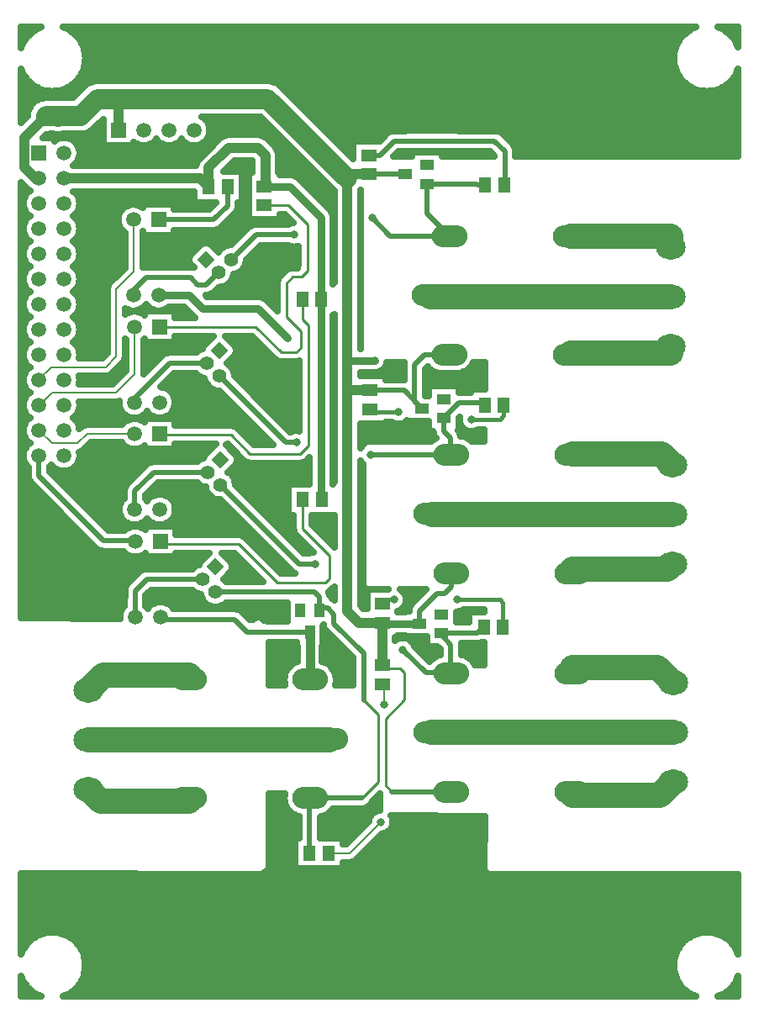
<source format=gbr>
G04 DipTrace 3.0.0.1*
G04 Top.gbr*
%MOIN*%
G04 #@! TF.FileFunction,Copper,L1,Top*
G04 #@! TF.Part,Single*
%AMOUTLINE0*5,1,4,0,0,0.070866,-90.0*%
%AMOUTLINE3*5,1,4,0,0,0.070866,-180.0*%
G04 #@! TA.AperFunction,Conductor*
%ADD10C,0.01*%
%ADD14C,0.007*%
%ADD15C,0.02*%
%ADD16C,0.08*%
%ADD17C,0.04*%
%ADD18C,0.035*%
%ADD19C,0.03*%
G04 #@! TA.AperFunction,ViaPad*
%ADD20C,0.031496*%
G04 #@! TA.AperFunction,Conductor*
%ADD22C,0.015*%
%ADD23C,0.1*%
%ADD24C,0.015748*%
%ADD26C,0.008*%
G04 #@! TA.AperFunction,CopperBalancing*
%ADD27C,0.025*%
G04 #@! TA.AperFunction,ComponentPad*
%ADD30O,0.11811X0.090551*%
%ADD31O,0.141732X0.086614*%
%ADD32R,0.051181X0.059055*%
G04 #@! TA.AperFunction,ComponentPad*
%ADD33R,0.059055X0.059055*%
%ADD34C,0.059055*%
%ADD35C,0.059055*%
%ADD36C,0.055118*%
%ADD37R,0.059055X0.051181*%
%ADD39R,0.055118X0.03937*%
%ADD41R,0.03937X0.055118*%
G04 #@! TA.AperFunction,ComponentPad*
%ADD72OUTLINE0*%
%ADD75OUTLINE3*%
%FSLAX26Y26*%
G04*
G70*
G90*
G75*
G01*
G04 Top*
%LPD*%
X492257Y2866011D2*
D14*
Y2867979D1*
X542126Y2917848D1*
X757874D1*
X798819Y2958793D1*
Y3226509D1*
X868373Y3296063D1*
Y3500394D1*
X867192Y3501575D1*
X492257Y2766011D2*
X495932D1*
X544882Y2814961D1*
X798950D1*
X872572Y2888583D1*
Y3075984D1*
X871260Y3077297D1*
X492257Y2666011D2*
X492651D1*
X543439Y2615223D1*
X645407D1*
X683465Y2653281D1*
X871260D1*
X871916Y2652625D1*
X492257Y2566011D2*
D15*
Y2486352D1*
X749607Y2229003D1*
X871391D1*
X874410Y2225984D1*
X2030709Y3644226D2*
Y3526418D1*
X2120026Y3437100D1*
X2262599Y3638714D2*
X2232415D1*
X2229003Y3642126D1*
X2028609D1*
X2030709Y3644226D1*
X2120026Y3437100D2*
X1885735D1*
X1814436Y3508399D1*
X1503937Y3441339D2*
X1353150D1*
X1255250Y3343439D1*
X520079Y3911680D2*
D16*
Y3913911D1*
X569160D1*
X613649D1*
X658399D1*
X725722Y3981234D1*
X807874D1*
X1399213D1*
X1715355Y3665092D1*
D17*
Y3681628D1*
X1799738D1*
X568242Y3911155D2*
D16*
X569160Y3913911D1*
X1806168Y2824803D2*
D17*
X1715355D1*
Y2941732D1*
Y3665092D1*
X1854593Y1903675D2*
X1761680D1*
X1715355Y1950000D1*
Y2824803D1*
X1855250Y1735958D2*
Y1788583D1*
X1854593Y1789239D1*
Y1903675D1*
X1566798Y1867586D2*
D18*
Y1679410D1*
X1567900Y1678307D1*
X2002494Y1899738D2*
D19*
X1858530D1*
X1854593Y1903675D1*
X1799738Y3681628D2*
D15*
X1944095D1*
X1806168Y2824803D2*
X1939633D1*
X2011024Y2753412D1*
X2120026Y2967100D2*
X2022087D1*
X1982152Y2927166D1*
Y2782284D1*
X2011024Y2753412D1*
X2128294Y2100433D2*
Y2046011D1*
X2101753Y2019470D1*
X2071176D1*
X2001837Y1950131D1*
Y1900394D1*
X2002494Y1899738D1*
X2128032Y1233504D2*
X1892349D1*
D10*
X1866667Y1259187D1*
Y1524147D1*
X1941995Y1599475D1*
Y1707087D1*
X1925197Y1723885D1*
X1867323D1*
X1855250Y1735958D1*
X1566798Y1867586D2*
D15*
X1318504D1*
X1268635Y1917454D1*
X982940D1*
X974410Y1925984D1*
X613649Y3913911D2*
Y3910893D1*
X568504D1*
X568242Y3911155D1*
X967192Y3201575D2*
D19*
X1088845D1*
X1140289Y3150131D1*
X1361155D1*
X1476903Y3034383D1*
X1824410Y2941732D2*
X1715355D1*
X807874Y3857218D2*
D17*
Y3981234D1*
X492257Y3666011D2*
X477297D1*
X433990Y3709318D1*
Y3825591D1*
X494801Y3886402D1*
D20*
X520079Y3911680D1*
X1241076Y3631496D2*
D15*
Y3556824D1*
X1185827Y3501575D1*
X967192D1*
X2260893Y2767323D2*
Y2776247D1*
X2157874D1*
X2097638Y2716011D1*
Y2664436D1*
X2124278Y2637795D1*
Y2574449D1*
X2128294Y2570433D1*
X1806864D1*
X1513649Y2618110D2*
X1472179D1*
X1207481Y2882809D1*
X867192Y3201575D2*
Y3222179D1*
X917454Y3272441D1*
X1093176D1*
X1121391Y3244226D1*
X1156037D1*
X1205250Y3293439D1*
X1166273Y3631496D2*
D17*
Y3708005D1*
X1245210Y3786942D1*
X1360433D1*
X1389895Y3757481D1*
Y3637927D1*
X1385433Y3633465D1*
D19*
X1487139D1*
X1612205Y3508399D1*
Y3187008D1*
X1612730Y3186483D1*
Y2392782D1*
X1613386Y2392126D1*
X592257Y3666011D2*
D17*
X1131759D1*
X1166273Y3631496D1*
X2089108Y1862336D2*
D15*
X2080446D1*
X2125853Y1816929D1*
Y1705683D1*
X2128032Y1703504D1*
X2256299Y1886221D2*
X2254987D1*
X2232415Y1863649D1*
X2090420D1*
X2089108Y1862336D1*
X2128032Y1703504D2*
Y1705774D1*
X2026378D1*
X1935171Y1796982D1*
X1587795Y2136746D2*
X1525722D1*
X1212008Y2450460D1*
X1565223Y989895D2*
Y1205630D1*
X1567900Y1208307D1*
X1774318D1*
D10*
X1838320Y1272310D1*
Y1538714D1*
X1780446Y1596588D1*
D15*
Y1782021D1*
X1661286Y1901181D1*
Y1937795D1*
X1636483Y1962599D1*
X1612599D1*
X1604200Y1954200D1*
X1192520Y2025591D2*
X1583727D1*
X1603544Y2005774D1*
Y1954856D1*
X1604200Y1954200D1*
X2335696Y2767323D2*
D22*
Y2724672D1*
X2320210Y2709187D1*
X2206824D1*
X1919292Y2738977D2*
X1817192D1*
X1806168Y2750000D1*
X1385433Y3558662D2*
D10*
X1482546D1*
X1557218Y3483990D1*
Y3298688D1*
X1533202Y3274672D1*
X1499475D1*
X1473753Y3248950D1*
Y3116011D1*
X1530578Y3059187D1*
Y2994620D1*
X1511024Y2975066D1*
X1455118D1*
X1352887Y3077297D1*
X971260D1*
X3005525Y2333583D2*
D23*
X2050145D1*
D24*
X2048294Y2335433D1*
X1799738Y3756431D2*
D15*
X1845013D1*
X1901706Y3813124D1*
X2299607D1*
X2340289Y3772441D1*
Y3635827D1*
X2337402Y3638714D1*
X2998163Y3197520D2*
D23*
X2044607D1*
D24*
X2040026Y3202100D1*
X2608294Y2570433D2*
Y2573360D1*
D23*
X2962599D1*
X3005525Y2530433D1*
X2608294Y2100433D2*
D24*
Y2115092D1*
D23*
X2983885D1*
X3005525Y2136732D1*
X2600026Y3437100D2*
X2998163D1*
Y3394370D1*
X871260Y2777297D2*
D15*
Y2794620D1*
X1010368Y2933727D1*
X1156562D1*
X1157481Y2932809D1*
X2331103Y1886221D2*
D22*
Y1984515D1*
X2320735Y1994882D1*
X2151313D1*
X1900394D2*
X1875990D1*
X1857089Y1975982D1*
X1854593Y1978478D1*
X1537927Y3186483D2*
D10*
Y3107481D1*
X1562336Y3083071D1*
Y2607349D1*
X1529265Y2574278D1*
X1329397D1*
X1255118Y2648557D1*
X975984D1*
X971916Y2652625D1*
X2600026Y2967100D2*
D24*
Y2974147D1*
D23*
X2998163D1*
Y3000670D1*
X3006431Y1469698D2*
X2049226D1*
D24*
X2048032Y1468504D1*
X2608032Y1703504D2*
Y1727034D1*
D23*
X2945945D1*
X3006431Y1666549D1*
X2608032Y1233504D2*
D24*
Y1221260D1*
D23*
X2954843D1*
X3006431Y1272848D1*
X871916Y2352625D2*
D15*
Y2425328D1*
X947047Y2500460D1*
X1162008D1*
X1640026Y989895D2*
D26*
X1724935D1*
X1848294Y1113255D1*
X1862074Y1580578D2*
Y1654331D1*
X1855250Y1661155D1*
X1538583Y2392126D2*
D10*
Y2276903D1*
X1645538Y2169948D1*
Y2079003D1*
X1629134Y2062599D1*
X1436746D1*
X1283334Y2216011D1*
X984383D1*
X974410Y2225984D1*
X688832Y1441103D2*
D23*
X1645696D1*
D24*
X1647900Y1443307D1*
X1087900Y1208307D2*
Y1195801D1*
D23*
X737284D1*
X688832Y1244252D1*
X1087900Y1678307D2*
D24*
Y1697244D1*
D23*
X748124D1*
X688832Y1637953D1*
X874410Y1925984D2*
D15*
Y2029528D1*
X920473Y2075591D1*
X1142520D1*
D20*
X1814436Y3508399D3*
X1503937Y3441339D3*
X1476903Y3034383D3*
X1824410Y2941732D3*
X1806864Y2570433D3*
X1513649Y2618110D3*
X1935171Y1796982D3*
X1587795Y2136746D3*
X2206824Y2709187D3*
X1919292Y2738977D3*
X2151313Y1994882D3*
X1900394D3*
X1848294Y1113255D3*
X1862074Y1580578D3*
X568242Y3911155D3*
X520079Y3911680D3*
X424725Y4240332D2*
D27*
X457323D1*
X634003D2*
X3053514D1*
X3230243D2*
X3262694D1*
X424725Y4215463D2*
X435189D1*
X656122D2*
X3031395D1*
X3252362D2*
X3262676D1*
X669403Y4190595D2*
X3018114D1*
X676679Y4165726D2*
X3010839D1*
X678876Y4140857D2*
X3008641D1*
X676337Y4115988D2*
X3011180D1*
X668720Y4091120D2*
X3018798D1*
X424725Y4066251D2*
X436360D1*
X654901D2*
X3032616D1*
X3251093D2*
X3262738D1*
X424725Y4041382D2*
X459374D1*
X631952D2*
X684569D1*
X1440350D2*
X3055565D1*
X3228143D2*
X3262694D1*
X424725Y4016513D2*
X505565D1*
X585761D2*
X657372D1*
X1467548D2*
X3101805D1*
X3181903D2*
X3262694D1*
X424725Y3991645D2*
X632518D1*
X1492401D2*
X3262694D1*
X424725Y3966776D2*
X469432D1*
X1517304D2*
X3262694D1*
X424725Y3941907D2*
X451805D1*
X1542157D2*
X3262694D1*
X424725Y3917038D2*
X446141D1*
X1567011D2*
X3262694D1*
X1160419Y3892170D2*
X1384667D1*
X1591913D2*
X3262694D1*
X715399Y3867301D2*
X744335D1*
X1170575D2*
X1409520D1*
X1616766D2*
X3262694D1*
X662616Y3842432D2*
X744335D1*
X1169598D2*
X1434374D1*
X1641620D2*
X1869823D1*
X2331464D2*
X3262694D1*
X627411Y3817563D2*
X744335D1*
X1156757D2*
X1200487D1*
X1405145D2*
X1459276D1*
X1666522D2*
X1844970D1*
X2356366D2*
X3262694D1*
X649628Y3792694D2*
X1175634D1*
X1429999D2*
X1484130D1*
X1691376D2*
X1736229D1*
X2379022D2*
X3262694D1*
X655780Y3767826D2*
X1150780D1*
X1442841D2*
X1508983D1*
X1716229D2*
X1736229D1*
X1917597D2*
X1969139D1*
X2092255D2*
X2283690D1*
X2384296D2*
X3262694D1*
X651239Y3742957D2*
X1125927D1*
X1443915D2*
X1533886D1*
X632538Y3718088D2*
X1113280D1*
X1251679D2*
X1335888D1*
X1443915D2*
X1558739D1*
X1226825Y3693219D2*
X1335888D1*
X1443915D2*
X1583593D1*
X1300653Y3668351D2*
X1321923D1*
X1520380D2*
X1608495D1*
X1300653Y3643482D2*
X1321923D1*
X1545380D2*
X1633348D1*
X424725Y3618613D2*
X451317D1*
X1300653D2*
X1321923D1*
X1570233D2*
X1658202D1*
X424725Y3593744D2*
X435384D1*
X649139D2*
X1106688D1*
X1300653D2*
X1321923D1*
X1595136D2*
X1661376D1*
X655731Y3568876D2*
X1191942D1*
X1285077D2*
X1321923D1*
X1619989D2*
X1661376D1*
X424725Y3544007D2*
X432847D1*
X651679D2*
X820848D1*
X1030731D2*
X1167089D1*
X1283026D2*
X1321923D1*
X1644843D2*
X1661376D1*
X424725Y3519138D2*
X450682D1*
X633856D2*
X806249D1*
X1264569D2*
X1321923D1*
X1448944D2*
X1467968D1*
X424725Y3494269D2*
X435677D1*
X648847D2*
X804100D1*
X1239716D2*
X1492821D1*
X655682Y3469400D2*
X812841D1*
X1214520D2*
X1320018D1*
X424725Y3444532D2*
X432652D1*
X651874D2*
X830858D1*
X1030731D2*
X1295165D1*
X424725Y3419663D2*
X450048D1*
X634442D2*
X830858D1*
X905878D2*
X1270263D1*
X424725Y3394794D2*
X435969D1*
X648554D2*
X830858D1*
X905878D2*
X1124120D1*
X1186395D2*
X1223583D1*
X1367792D2*
X1493309D1*
X655682Y3369925D2*
X830858D1*
X905878D2*
X1099266D1*
X1342938D2*
X1518212D1*
X424725Y3345057D2*
X432457D1*
X652069D2*
X830858D1*
X905878D2*
X1085839D1*
X1318036D2*
X1518212D1*
X424725Y3320188D2*
X449462D1*
X635077D2*
X830858D1*
X905878D2*
X1096044D1*
X1312030D2*
X1518212D1*
X424725Y3295319D2*
X436262D1*
X648309D2*
X815624D1*
X1292011D2*
X1466014D1*
X655634Y3270450D2*
X790770D1*
X1262128D2*
X1441747D1*
X424725Y3245582D2*
X432262D1*
X652264D2*
X766991D1*
X1242352D2*
X1434764D1*
X424725Y3220713D2*
X448876D1*
X635663D2*
X761327D1*
X1193720D2*
X1434764D1*
X424725Y3195844D2*
X436555D1*
X648016D2*
X761327D1*
X1372186D2*
X1434764D1*
X655585Y3170975D2*
X761327D1*
X1408563D2*
X1434764D1*
X652460Y3146107D2*
X761327D1*
X895136D2*
X939257D1*
X995136D2*
X1076073D1*
X424725Y3121238D2*
X448290D1*
X636249D2*
X761327D1*
X1034784D2*
X1100927D1*
X424725Y3096369D2*
X436847D1*
X647675D2*
X761327D1*
X655536Y3071500D2*
X761327D1*
X652606Y3046631D2*
X761327D1*
X424725Y3021763D2*
X447704D1*
X636786D2*
X761327D1*
X1034784D2*
X1163964D1*
X1250995D2*
X1354296D1*
X424725Y2996894D2*
X437140D1*
X647382D2*
X761327D1*
X910077D2*
X1141356D1*
X1273602D2*
X1379149D1*
X655487Y2972025D2*
X760057D1*
X910077D2*
X991893D1*
X1275018D2*
X1404052D1*
X910077Y2947156D2*
X962597D1*
X1254315D2*
X1429100D1*
X424725Y2922288D2*
X447167D1*
X814325D2*
X835057D1*
X910077D2*
X937743D1*
X1253925D2*
X1523339D1*
X1869989D2*
X1938134D1*
X2209979D2*
X2258055D1*
X424725Y2897419D2*
X437433D1*
X789423D2*
X829393D1*
X1267206D2*
X1523339D1*
X1843280D2*
X1938134D1*
X2026141D2*
X2062743D1*
X2177313D2*
X2257909D1*
X655438Y2872550D2*
X804540D1*
X1010370D2*
X1146825D1*
X1278925D2*
X1523339D1*
X1869696D2*
X1938134D1*
X2026141D2*
X2257763D1*
X985516Y2847681D2*
X1157518D1*
X1303778D2*
X1523339D1*
X2026141D2*
X2257616D1*
X424725Y2822813D2*
X446630D1*
X1014423D2*
X1206298D1*
X1328680D2*
X1523339D1*
X2026141D2*
X2036096D1*
X2159198D2*
X2201317D1*
X424725Y2797944D2*
X437725D1*
X1031171D2*
X1231151D1*
X1353534D2*
X1523339D1*
X655389Y2773075D2*
X807860D1*
X1034638D2*
X1256005D1*
X1378388D2*
X1523339D1*
X653143Y2748206D2*
X815136D1*
X1027411D2*
X1280907D1*
X1403290D2*
X1523339D1*
X424725Y2723337D2*
X446141D1*
X638397D2*
X840233D1*
X902264D2*
X940233D1*
X1002264D2*
X1305761D1*
X1428143D2*
X1523339D1*
X424725Y2698469D2*
X438116D1*
X646454D2*
X829149D1*
X1035468D2*
X1330614D1*
X1452997D2*
X1523339D1*
X1869696D2*
X1892479D1*
X1946112D2*
X2036083D1*
X1284198Y2673600D2*
X1355516D1*
X1477899D2*
X1523339D1*
X1769354D2*
X2036083D1*
X2159198D2*
X2173241D1*
X1309052Y2648731D2*
X1380370D1*
X1769354D2*
X2056737D1*
X2166815D2*
X2256444D1*
X424725Y2623862D2*
X445604D1*
X1333954D2*
X1405223D1*
X1769354D2*
X1791991D1*
X424725Y2598994D2*
X438408D1*
X681171D2*
X840282D1*
X1035468D2*
X1178075D1*
X655243Y2574125D2*
X1153173D1*
X653436Y2549256D2*
X1126220D1*
X1281415D2*
X1300292D1*
X424725Y2524387D2*
X445116D1*
X639374D2*
X909764D1*
X1268427D2*
X1563720D1*
X424725Y2499519D2*
X448241D1*
X540302D2*
X884911D1*
X1247382D2*
X1563720D1*
X424725Y2474650D2*
X449950D1*
X565155D2*
X860057D1*
X1268378D2*
X1563720D1*
X424725Y2449781D2*
X467626D1*
X590009D2*
X835888D1*
X957538D2*
X1129198D1*
X1273895D2*
X1479003D1*
X424725Y2424912D2*
X492528D1*
X614911D2*
X827929D1*
X932684D2*
X1156249D1*
X1298749D2*
X1479003D1*
X424725Y2400044D2*
X517382D1*
X639764D2*
X827929D1*
X915936D2*
X930997D1*
X1012811D2*
X1178759D1*
X1323602D2*
X1479003D1*
X424725Y2375175D2*
X542235D1*
X664618D2*
X812694D1*
X1031122D2*
X1226122D1*
X1348505D2*
X1479003D1*
X424725Y2350306D2*
X567138D1*
X689472D2*
X808446D1*
X1035419D2*
X1250975D1*
X1373358D2*
X1479003D1*
X424725Y2325437D2*
X591991D1*
X714374D2*
X814794D1*
X1029071D2*
X1275829D1*
X1398212D2*
X1499559D1*
X1577606D2*
X1661376D1*
X424725Y2300568D2*
X616845D1*
X739227D2*
X837548D1*
X906268D2*
X937548D1*
X1006268D2*
X1300731D1*
X1423065D2*
X1499559D1*
X1577606D2*
X1661376D1*
X424725Y2275700D2*
X641698D1*
X764081D2*
X836522D1*
X1037958D2*
X1325585D1*
X1447968D2*
X1499608D1*
X1593915D2*
X1661376D1*
X424725Y2250831D2*
X666600D1*
X1296796D2*
X1350438D1*
X1472821D2*
X1510546D1*
X1618768D2*
X1661376D1*
X424725Y2225962D2*
X691454D1*
X1327509D2*
X1375292D1*
X1497675D2*
X1535399D1*
X1643622D2*
X1661376D1*
X424725Y2201093D2*
X716307D1*
X1352362D2*
X1400194D1*
X1522577D2*
X1560253D1*
X424725Y2176225D2*
X836571D1*
X1037958D2*
X1160692D1*
X1224384D2*
X1268993D1*
X1377216D2*
X1425048D1*
X424725Y2151356D2*
X1135790D1*
X1249237D2*
X1293847D1*
X1402118D2*
X1449901D1*
X424725Y2126487D2*
X1110057D1*
X1261932D2*
X1318749D1*
X1426972D2*
X1474804D1*
X424725Y2101618D2*
X885302D1*
X1251044D2*
X1343602D1*
X1451825D2*
X1501122D1*
X424725Y2076750D2*
X860448D1*
X1226141D2*
X1368456D1*
X424725Y2051881D2*
X836962D1*
X424725Y2027012D2*
X830419D1*
X933075D2*
X1106444D1*
X1641718D2*
X1661376D1*
X1769354D2*
X1791063D1*
X1937518D2*
X2017528D1*
X424725Y2002143D2*
X830419D1*
X918427D2*
X1135839D1*
X1769354D2*
X1791063D1*
X1949579D2*
X1992675D1*
X424725Y1977274D2*
X830419D1*
X918427D2*
X938817D1*
X1009979D2*
X1156054D1*
X1228973D2*
X1475731D1*
X1769354D2*
X1791063D1*
X1946747D2*
X1967968D1*
X424725Y1952406D2*
X816893D1*
X1293524D2*
X1475731D1*
X1923602D2*
X1957909D1*
X2174481D2*
X2256200D1*
X424725Y1927537D2*
X810888D1*
X1319745D2*
X1475731D1*
X2150653D2*
X2196727D1*
X1620477Y1852931D2*
X1648339D1*
X1918134D2*
X1940917D1*
X1620477Y1828062D2*
X1673192D1*
X1973261D2*
X2027538D1*
X1407245Y1803193D2*
X1515282D1*
X1618280D2*
X1698095D1*
X1990155D2*
X2078417D1*
X2169843D2*
X2256200D1*
X1407001Y1778324D2*
X1515282D1*
X1618280D2*
X1722948D1*
X2015009D2*
X2081835D1*
X2169843D2*
X2256200D1*
X1406757Y1753456D2*
X1515282D1*
X1618280D2*
X1736425D1*
X2213788D2*
X2256200D1*
X1406513Y1728587D2*
X1482470D1*
X1653339D2*
X1736425D1*
X1406317Y1703718D2*
X1467479D1*
X1668329D2*
X1736425D1*
X1406073Y1678849D2*
X1463036D1*
X1672772D2*
X1736425D1*
X1407636Y1206343D2*
X1463036D1*
X1826483D2*
X1842932D1*
X1407440Y1181474D2*
X1468016D1*
X1808466D2*
X1842919D1*
X1407294Y1156605D2*
X1483788D1*
X1652020D2*
X1827001D1*
X1407098Y1131736D2*
X1521239D1*
X1609247D2*
X1802294D1*
X1894257D2*
X2258055D1*
X1406903Y1106868D2*
X1521239D1*
X1609247D2*
X1789208D1*
X1897626D2*
X2257811D1*
X1406708Y1081999D2*
X1521239D1*
X1609247D2*
X1764354D1*
X1886249D2*
X2257567D1*
X1406561Y1057130D2*
X1521239D1*
X1609247D2*
X1739452D1*
X1844891D2*
X2257372D1*
X1406366Y1032261D2*
X1505614D1*
X1699628D2*
X1714598D1*
X1819989D2*
X2257128D1*
X1406171Y1007393D2*
X1505614D1*
X1795136D2*
X2256884D1*
X1405975Y982524D2*
X1505614D1*
X1770282D2*
X2256688D1*
X1405780Y957655D2*
X1505614D1*
X1742304D2*
X2256444D1*
X1405585Y932786D2*
X1505614D1*
X1699628D2*
X2256200D1*
X424725Y907918D2*
X720507D1*
X1380048D2*
X2274218D1*
X424725Y883049D2*
X3262694D1*
X424725Y858180D2*
X3262694D1*
X424725Y833311D2*
X3262694D1*
X424725Y808442D2*
X3262694D1*
X424725Y783574D2*
X3262694D1*
X424725Y758705D2*
X3262694D1*
X424725Y733836D2*
X3262694D1*
X424725Y708967D2*
X3262694D1*
X424725Y684099D2*
X3262694D1*
X424725Y659230D2*
X478417D1*
X612665D2*
X3074755D1*
X3208954D2*
X3262694D1*
X424725Y634361D2*
X447069D1*
X644013D2*
X3043407D1*
X3240302D2*
X3262694D1*
X662079Y609492D2*
X3025292D1*
X672821Y584624D2*
X3014598D1*
X677997Y559755D2*
X3009374D1*
X678339Y534886D2*
X3009032D1*
X673847Y510017D2*
X3013524D1*
X663983Y485149D2*
X3023388D1*
X424725Y460280D2*
X443969D1*
X647138D2*
X3040233D1*
X3243475D2*
X3262694D1*
X424725Y435411D2*
X472606D1*
X618475D2*
X3068895D1*
X3214813D2*
X3262694D1*
X2092490Y2892294D2*
X2080765Y2893214D1*
X2069351Y2895954D1*
X2058506Y2900446D1*
X2048497Y2906580D1*
X2039571Y2914203D1*
X2034092Y2920409D1*
X2023638Y2909961D1*
X2023653Y2804558D1*
X2038537Y2804597D1*
X2038579Y2841999D1*
X2156697D1*
Y2817731D1*
X2203821Y2817747D1*
X2203802Y2828350D1*
X2260003D1*
X2260656Y2936944D1*
X2216024Y2936899D1*
X2211369Y2928013D1*
X2204469Y2918517D1*
X2196169Y2910216D1*
X2186672Y2903316D1*
X2176213Y2897987D1*
X2165049Y2894360D1*
X2153455Y2892523D1*
X2122586Y2892293D1*
X2092468Y2892341D1*
X2048967Y2624373D2*
X2056765Y2630953D1*
X2066553Y2636964D1*
X2062253Y2642752D1*
X2059297Y2648555D1*
X2057285Y2654748D1*
X2056266Y2661180D1*
X2056138Y2664449D1*
X2038579Y2664826D1*
Y2702179D1*
X1951965Y2702227D1*
Y2704815D1*
X1947063Y2700752D1*
X1940742Y2696878D1*
X1933892Y2694041D1*
X1926683Y2692310D1*
X1919292Y2691729D1*
X1911900Y2692310D1*
X1904691Y2694041D1*
X1897841Y2696878D1*
X1892689Y2699971D1*
X1867192Y2699977D1*
X1867196Y2692909D1*
X1766854D1*
X1766855Y2595555D1*
X1770936Y2601118D1*
X1776179Y2606361D1*
X1778352Y2608075D1*
X1780056Y2612648D1*
X1782864Y2616851D1*
X1786575Y2620281D1*
X1790985Y2622751D1*
X1795849Y2624123D1*
X1811713Y2624387D1*
X2048871D1*
X2165209Y2644597D2*
X2173317Y2643173D1*
X2184481Y2639546D1*
X2194940Y2634217D1*
X2204437Y2627317D1*
X2207621Y2624373D1*
X2258832Y2624387D1*
X2259081Y2670152D1*
X2233540Y2670187D1*
X2224905Y2665535D1*
X2217854Y2663244D1*
X2210531Y2662084D1*
X2203117D1*
X2195795Y2663244D1*
X2188743Y2665535D1*
X2182137Y2668901D1*
X2176139Y2673259D1*
X2170897Y2678501D1*
X2166539Y2684500D1*
X2163173Y2691106D1*
X2160882Y2698157D1*
X2159722Y2705480D1*
Y2712894D1*
X2161019Y2720705D1*
X2156663Y2716346D1*
X2156697Y2664826D1*
X2155835Y2664748D1*
X2159663Y2659479D1*
X2162620Y2653677D1*
X2164634Y2647471D1*
X2041444Y1749367D2*
X2047576Y1756401D1*
X2056502Y1764024D1*
X2066511Y1770158D1*
X2077356Y1774650D1*
X2084337Y1776508D1*
X2084353Y1799774D1*
X2072926Y1811166D1*
X2030049Y1811151D1*
Y1848505D1*
X1943435Y1848553D1*
Y1853191D1*
X1915628Y1853238D1*
X1915621Y1846584D1*
X1906100D1*
X1906093Y1834192D1*
X1913721Y1839080D1*
X1920570Y1841917D1*
X1927780Y1843648D1*
X1935171Y1844230D1*
X1942562Y1843648D1*
X1949771Y1841917D1*
X1956621Y1839080D1*
X1962943Y1835206D1*
X1968580Y1830391D1*
X1973395Y1824754D1*
X1977269Y1818432D1*
X1980441Y1810397D1*
X2041407Y1749436D1*
X2167361Y1777377D2*
X2178707Y1774650D1*
X2189552Y1770158D1*
X2199561Y1764024D1*
X2208487Y1756401D1*
X2216111Y1747475D1*
X2222244Y1737466D1*
X2222715Y1736445D1*
X2258705Y1735969D1*
X2258684Y1825160D1*
X2248009Y1825193D1*
X2242103Y1823295D1*
X2235671Y1822276D1*
X2167034Y1822148D1*
X2167353Y1804429D1*
Y1777427D1*
X1468965Y1656008D2*
X1466455Y1666605D1*
X1465534Y1678307D1*
X1466455Y1690010D1*
X1469196Y1701424D1*
X1473688Y1712269D1*
X1479821Y1722278D1*
X1487445Y1731204D1*
X1496371Y1738828D1*
X1506380Y1744961D1*
X1517777Y1749609D1*
X1517798Y1808560D1*
X1515613Y1808526D1*
Y1826056D1*
X1404933Y1826085D1*
X1403335Y1656242D1*
X1468885Y1656015D1*
X1670036Y1672438D2*
X1668200Y1660844D1*
X1666836Y1656008D1*
X1738905Y1656015D1*
X1738946Y1764801D1*
X1629729Y1874229D1*
X1625902Y1879498D1*
X1622945Y1885300D1*
X1620933Y1891493D1*
X1620296Y1894702D1*
X1617983Y1889144D1*
Y1808526D1*
X1615786D1*
X1615798Y1750252D1*
X1624087Y1747420D1*
X1634546Y1742091D1*
X1644043Y1735191D1*
X1652343Y1726891D1*
X1659243Y1717394D1*
X1664572Y1706935D1*
X1668200Y1695771D1*
X1670036Y1684177D1*
Y1672438D1*
X1523711Y1135402D2*
X1517225Y1137162D1*
X1506380Y1141654D1*
X1496371Y1147787D1*
X1487445Y1155411D1*
X1479821Y1164337D1*
X1473688Y1174346D1*
X1469196Y1185191D1*
X1466455Y1196605D1*
X1465534Y1208307D1*
X1466455Y1220010D1*
X1467552Y1225523D1*
X1405259Y1224650D1*
X1403048Y932275D1*
X1402026Y927326D1*
X1399876Y922752D1*
X1396717Y918806D1*
X1392725Y915706D1*
X1388120Y913624D1*
X1384930Y912876D1*
X1380822Y909861D1*
X1376404Y907406D1*
X1371535Y906050D1*
X1355671Y905838D1*
X422229Y908906D1*
X422201Y588980D1*
X429047Y604920D1*
X434063Y613877D1*
X439766Y622412D1*
X446122Y630474D1*
X453090Y638013D1*
X460628Y644981D1*
X468690Y651337D1*
X477226Y657040D1*
X486183Y662056D1*
X495506Y666354D1*
X505137Y669907D1*
X515017Y672694D1*
X525086Y674696D1*
X535280Y675903D1*
X545538Y676306D1*
X555796Y675903D1*
X565991Y674696D1*
X576059Y672694D1*
X585940Y669907D1*
X595571Y666354D1*
X604894Y662056D1*
X613851Y657040D1*
X622386Y651337D1*
X630448Y644981D1*
X637986Y638013D1*
X644955Y630474D1*
X651310Y622412D1*
X657014Y613877D1*
X662030Y604920D1*
X666328Y595597D1*
X669881Y585966D1*
X672667Y576086D1*
X674670Y566017D1*
X675877Y555822D1*
X676280Y545565D1*
X675877Y535307D1*
X674670Y525112D1*
X672667Y515044D1*
X669881Y505163D1*
X666328Y495532D1*
X662030Y486209D1*
X657014Y477252D1*
X651310Y468717D1*
X644955Y460655D1*
X637986Y453116D1*
X630448Y446148D1*
X622386Y439792D1*
X613851Y434089D1*
X604894Y429073D1*
X595571Y424775D1*
X588611Y422207D1*
X3098519Y422201D1*
X3082495Y429060D1*
X3073538Y434076D1*
X3065003Y439779D1*
X3056941Y446135D1*
X3049402Y453103D1*
X3042434Y460642D1*
X3036079Y468703D1*
X3030375Y477239D1*
X3025359Y486196D1*
X3021061Y495519D1*
X3017508Y505150D1*
X3014722Y515030D1*
X3012719Y525099D1*
X3011512Y535294D1*
X3011109Y545551D1*
X3011512Y555809D1*
X3012719Y566004D1*
X3014722Y576072D1*
X3017508Y585953D1*
X3021061Y595584D1*
X3025359Y604907D1*
X3030375Y613864D1*
X3036079Y622399D1*
X3042434Y630461D1*
X3049402Y638000D1*
X3056941Y644968D1*
X3065003Y651323D1*
X3073538Y657027D1*
X3082495Y662043D1*
X3091818Y666341D1*
X3101449Y669894D1*
X3111330Y672680D1*
X3121398Y674683D1*
X3131593Y675890D1*
X3141851Y676293D1*
X3152108Y675890D1*
X3162303Y674683D1*
X3172372Y672680D1*
X3182252Y669894D1*
X3191883Y666341D1*
X3201206Y662043D1*
X3210163Y657027D1*
X3218699Y651323D1*
X3226760Y644968D1*
X3234299Y638000D1*
X3241267Y630461D1*
X3247623Y622399D1*
X3253326Y613864D1*
X3258342Y604907D1*
X3262640Y595584D1*
X3265208Y588624D1*
X3265201Y904867D1*
X3262103Y907629D1*
X2276821Y907899D1*
X2271956Y909271D1*
X2267547Y911740D1*
X2263835Y915171D1*
X2261027Y919373D1*
X2259278Y924115D1*
X2258685Y929332D1*
X2260588Y1136501D1*
X1886600Y1140867D1*
X1890392Y1134705D1*
X1893230Y1127855D1*
X1894961Y1120646D1*
X1895542Y1113255D1*
X1894961Y1105864D1*
X1893230Y1098654D1*
X1890392Y1091805D1*
X1886519Y1085483D1*
X1881704Y1079845D1*
X1876066Y1075030D1*
X1869744Y1071157D1*
X1862895Y1068319D1*
X1855685Y1066588D1*
X1851379Y1066128D1*
X1747990Y962901D1*
X1743483Y959626D1*
X1738520Y957097D1*
X1733222Y955376D1*
X1727720Y954505D1*
X1697151Y954395D1*
X1697117Y928867D1*
X1508133D1*
Y1050923D1*
X1523709D1*
X1523723Y1135354D1*
X1657624Y1166798D2*
X1652343Y1159724D1*
X1644043Y1151424D1*
X1634546Y1144524D1*
X1624087Y1139195D1*
X1612923Y1135567D1*
X1606729Y1134370D1*
X1606723Y1050894D1*
X1697117Y1050922D1*
Y1025385D1*
X1710192Y1025395D1*
X1801168Y1116333D1*
X1802352Y1124285D1*
X1804643Y1131336D1*
X1808009Y1137942D1*
X1812366Y1143940D1*
X1817609Y1149182D1*
X1823607Y1153540D1*
X1830213Y1156906D1*
X1837264Y1159197D1*
X1845528Y1160394D1*
X1845414Y1227779D1*
X1814101Y1196471D1*
X1811295Y1189467D1*
X1807892Y1183914D1*
X1803663Y1178962D1*
X1798711Y1174733D1*
X1793158Y1171330D1*
X1787142Y1168838D1*
X1780810Y1167318D1*
X1774318Y1166807D1*
X1657667D1*
X2211709Y1947248D2*
X2258731D1*
X2258684Y1955921D1*
X2178011Y1955882D1*
X2172763Y1952784D1*
X2165913Y1949947D1*
X2158704Y1948216D1*
X2151313Y1947634D1*
X2148170Y1947758D1*
X2148167Y1905170D1*
X2199160Y1905149D1*
X2199209Y1947248D1*
X2211709D1*
X918665Y3562602D2*
X1028220D1*
Y3543120D1*
X1168608Y3543075D1*
X1196015Y3570453D1*
X1109183Y3570469D1*
Y3614463D1*
X629269Y3614511D1*
X635410Y3609164D1*
X641630Y3601882D1*
X646633Y3593717D1*
X650298Y3584869D1*
X652534Y3575558D1*
X653285Y3566011D1*
X652534Y3556464D1*
X650298Y3547152D1*
X646633Y3538305D1*
X641630Y3530140D1*
X635410Y3522858D1*
X627210Y3516025D1*
X635410Y3509164D1*
X641630Y3501882D1*
X646633Y3493717D1*
X650298Y3484869D1*
X652534Y3475558D1*
X653285Y3466011D1*
X652534Y3456464D1*
X650298Y3447152D1*
X646633Y3438305D1*
X641630Y3430140D1*
X635410Y3422858D1*
X627210Y3416025D1*
X635410Y3409164D1*
X641630Y3401882D1*
X646633Y3393717D1*
X650298Y3384869D1*
X652534Y3375558D1*
X653285Y3366011D1*
X652534Y3356464D1*
X650298Y3347152D1*
X646633Y3338305D1*
X641630Y3330140D1*
X635410Y3322858D1*
X627210Y3316025D1*
X635410Y3309164D1*
X641630Y3301882D1*
X646633Y3293717D1*
X650298Y3284869D1*
X652534Y3275558D1*
X653285Y3266011D1*
X652534Y3256464D1*
X650298Y3247152D1*
X646633Y3238305D1*
X641630Y3230140D1*
X635410Y3222858D1*
X627210Y3216025D1*
X635410Y3209164D1*
X641630Y3201882D1*
X646633Y3193717D1*
X650298Y3184869D1*
X652534Y3175558D1*
X653285Y3166011D1*
X652534Y3156464D1*
X650298Y3147152D1*
X646633Y3138305D1*
X641630Y3130140D1*
X635410Y3122858D1*
X627210Y3116025D1*
X635410Y3109164D1*
X641630Y3101882D1*
X646633Y3093717D1*
X650298Y3084869D1*
X652534Y3075558D1*
X653285Y3066011D1*
X652534Y3056464D1*
X650298Y3047152D1*
X646633Y3038305D1*
X641630Y3030140D1*
X635410Y3022858D1*
X627210Y3016025D1*
X635410Y3009164D1*
X641630Y3001882D1*
X646633Y2993717D1*
X650298Y2984869D1*
X652534Y2975558D1*
X653285Y2966011D1*
X652534Y2956464D1*
X651814Y2952847D1*
X743347Y2952848D1*
X763820Y2973291D1*
X763927Y3229255D1*
X764786Y3234680D1*
X766483Y3239903D1*
X768977Y3244797D1*
X772205Y3249240D1*
X833353Y3310541D1*
X833373Y3450800D1*
X827558Y3455169D1*
X820786Y3461941D1*
X815157Y3469688D1*
X810810Y3478221D1*
X807850Y3487328D1*
X806352Y3496787D1*
Y3506363D1*
X807850Y3515822D1*
X810810Y3524929D1*
X815157Y3533462D1*
X820786Y3541209D1*
X827558Y3547981D1*
X835305Y3553610D1*
X843838Y3557957D1*
X852945Y3560916D1*
X862404Y3562414D1*
X871980D1*
X881438Y3560916D1*
X890546Y3557957D1*
X899079Y3553610D1*
X906165Y3548502D1*
Y3562602D1*
X918665D1*
X1028220Y3460112D2*
Y3440547D1*
X906165D1*
Y3454658D1*
X903373Y3450394D1*
Y3311478D1*
X910962Y3313430D1*
X917454Y3313941D1*
X1096432Y3313813D1*
X1102864Y3312795D1*
X1106012Y3311906D1*
X1106459Y3312248D1*
X1095864Y3322981D1*
X1091750Y3329138D1*
X1089187Y3336085D1*
X1088316Y3343439D1*
X1089187Y3350792D1*
X1091750Y3357739D1*
X1095864Y3363896D1*
X1134792Y3402824D1*
X1140949Y3406938D1*
X1147896Y3409501D1*
X1155250Y3410372D1*
X1162603Y3409501D1*
X1169550Y3406938D1*
X1175707Y3402824D1*
X1204696Y3373973D1*
X1210341Y3381794D1*
X1216894Y3388347D1*
X1224391Y3393795D1*
X1232649Y3398002D1*
X1241462Y3400866D1*
X1250616Y3402316D1*
X1255593Y3402484D1*
X1326198Y3472896D1*
X1331466Y3476723D1*
X1337268Y3479680D1*
X1343462Y3481692D1*
X1349894Y3482711D1*
X1453150Y3482839D1*
X1481324D1*
X1489337Y3486274D1*
X1496546Y3488005D1*
X1501114Y3488476D1*
X1467431Y3522158D1*
X1446462Y3522162D1*
X1446461Y3501571D1*
X1324406D1*
Y3690555D1*
X1338420D1*
X1338395Y3735436D1*
X1266537Y3735442D1*
X1223656Y3692556D1*
X1298167Y3692524D1*
Y3570469D1*
X1282591D1*
X1282448Y3553568D1*
X1281430Y3547136D1*
X1279417Y3540943D1*
X1276461Y3535141D1*
X1272633Y3529872D1*
X1215172Y3472230D1*
X1210220Y3468001D1*
X1204668Y3464598D1*
X1198651Y3462106D1*
X1192319Y3460586D1*
X1185827Y3460075D1*
X1028259D1*
X917178Y3166622D2*
X913598Y3161941D1*
X906826Y3155169D1*
X899079Y3149540D1*
X890546Y3145193D1*
X881438Y3142234D1*
X871980Y3140736D1*
X862404D1*
X852945Y3142234D1*
X843838Y3145193D1*
X835305Y3149540D1*
X833826Y3150528D1*
X833819Y3125484D1*
X839373Y3129331D1*
X847906Y3133679D1*
X857013Y3136638D1*
X866472Y3138136D1*
X876048D1*
X885507Y3136638D1*
X894614Y3133679D1*
X903147Y3129331D1*
X910233Y3124224D1*
X910232Y3138324D1*
X1032288D1*
Y3113764D1*
X1111250Y3113797D1*
X1098570Y3126090D1*
X1069602Y3155058D1*
X1006668Y3155075D1*
X999079Y3149540D1*
X990546Y3145193D1*
X981438Y3142234D1*
X971980Y3140736D1*
X962404D1*
X952945Y3142234D1*
X943838Y3145193D1*
X935305Y3149540D1*
X927558Y3155169D1*
X920786Y3161941D1*
X917206Y3166622D1*
X1032288Y3040815D2*
Y3016269D1*
X910232D1*
Y3030381D1*
X907572Y3025984D1*
Y2889600D1*
X983416Y2965284D1*
X988684Y2969112D1*
X994486Y2972068D1*
X1000680Y2974081D1*
X1007112Y2975099D1*
X1110368Y2975227D1*
X1116374D1*
X1122766Y2980588D1*
X1130668Y2985431D1*
X1139230Y2988977D1*
X1141270Y2989552D1*
X1142945Y2994863D1*
X1146563Y3001324D1*
X1149781Y3005089D1*
X1185214Y3040522D1*
X1152887Y3040797D1*
X1032331D1*
X837583Y3026458D2*
X833816Y3029164D1*
X833711Y2956047D1*
X832852Y2950622D1*
X831155Y2945399D1*
X828662Y2940505D1*
X825433Y2936062D1*
X782623Y2893099D1*
X778447Y2889532D1*
X773764Y2886663D1*
X768690Y2884561D1*
X763349Y2883279D1*
X757874Y2882848D1*
X650892D1*
X652534Y2875558D1*
X653285Y2866011D1*
X652534Y2856464D1*
X651086Y2849945D1*
X784482Y2849961D1*
X837558Y2903066D1*
X837572Y3026425D1*
X921246Y2742344D2*
X917666Y2737663D1*
X910894Y2730891D1*
X903147Y2725262D1*
X894614Y2720915D1*
X885507Y2717955D1*
X876048Y2716457D1*
X866472D1*
X857013Y2717955D1*
X847906Y2720915D1*
X839373Y2725262D1*
X831626Y2730891D1*
X824854Y2737663D1*
X819226Y2745410D1*
X814878Y2753943D1*
X811919Y2763050D1*
X810421Y2772509D1*
X810413Y2781879D1*
X804426Y2780392D1*
X798950Y2779961D1*
X651636D1*
X653097Y2770799D1*
Y2761223D1*
X651599Y2751764D1*
X648640Y2742656D1*
X644292Y2734124D1*
X638663Y2726376D1*
X631892Y2719605D1*
X627210Y2716025D1*
X635410Y2709164D1*
X641630Y2701882D1*
X646633Y2693717D1*
X650298Y2684869D1*
X652534Y2675558D1*
X652927Y2672230D1*
X660734Y2679895D1*
X665177Y2683124D1*
X670071Y2685617D1*
X675294Y2687314D1*
X680719Y2688173D1*
X822381Y2688281D1*
X828763Y2695778D1*
X836045Y2701997D1*
X844210Y2707001D1*
X853058Y2710666D1*
X862369Y2712901D1*
X871916Y2713652D1*
X881463Y2712901D1*
X890775Y2710666D1*
X899622Y2707001D1*
X907787Y2701997D1*
X910889Y2699552D1*
Y2713652D1*
X1032944D1*
Y2685088D1*
X1257982Y2684944D1*
X1263639Y2684048D1*
X1269086Y2682278D1*
X1274190Y2679678D1*
X1278823Y2676312D1*
X1344491Y2610802D1*
X1420852Y2610779D1*
X1207879Y2823720D1*
X1198242Y2824477D1*
X1189230Y2826640D1*
X1180668Y2830187D1*
X1172766Y2835029D1*
X1165719Y2841048D1*
X1159701Y2848095D1*
X1154859Y2855996D1*
X1151312Y2864558D1*
X1149057Y2874343D1*
X1139230Y2876640D1*
X1130668Y2880187D1*
X1122766Y2885029D1*
X1115719Y2891048D1*
X1114625Y2892231D1*
X1027509Y2892227D1*
X973594Y2838264D1*
X980807Y2837573D1*
X990119Y2835337D1*
X998966Y2831673D1*
X1007131Y2826669D1*
X1014413Y2820450D1*
X1020632Y2813168D1*
X1025636Y2805003D1*
X1029301Y2796155D1*
X1031536Y2786844D1*
X1032288Y2777297D1*
X1031536Y2767750D1*
X1029301Y2758438D1*
X1025636Y2749591D1*
X1020632Y2741426D1*
X1014413Y2734144D1*
X1007131Y2727924D1*
X998966Y2722921D1*
X990119Y2719256D1*
X980807Y2717021D1*
X971260Y2716269D1*
X961713Y2717021D1*
X952402Y2719256D1*
X943554Y2722921D1*
X935389Y2727924D1*
X928107Y2734144D1*
X921274Y2742344D1*
X1032944Y2612041D2*
Y2591597D1*
X910889D1*
Y2605709D1*
X903803Y2600590D1*
X895270Y2596243D1*
X886163Y2593284D1*
X876704Y2591785D1*
X867128D1*
X857670Y2593284D1*
X848562Y2596243D1*
X840029Y2600590D1*
X832282Y2606219D1*
X825511Y2612991D1*
X821260Y2618281D1*
X697969D1*
X668138Y2588609D1*
X663695Y2585381D1*
X658801Y2582887D1*
X651599Y2580257D1*
X653097Y2570799D1*
Y2561223D1*
X651599Y2551764D1*
X648640Y2542656D1*
X644292Y2534124D1*
X638663Y2526376D1*
X631892Y2519605D1*
X624144Y2513976D1*
X615612Y2509629D1*
X606504Y2506669D1*
X597046Y2505171D1*
X587469D1*
X578011Y2506669D1*
X568903Y2509629D1*
X560371Y2513976D1*
X552623Y2519605D1*
X545852Y2526376D1*
X542272Y2531058D1*
X535410Y2522858D1*
X533747Y2521320D1*
X533758Y2503560D1*
X766777Y2270523D1*
X832663Y2270503D1*
X838539Y2275357D1*
X846704Y2280360D1*
X855551Y2284025D1*
X864863Y2286261D1*
X874410Y2287012D1*
X883956Y2286261D1*
X893268Y2284025D1*
X902116Y2280360D1*
X910281Y2275357D1*
X913382Y2272912D1*
Y2287012D1*
X1035437D1*
Y2252491D1*
X1286197Y2252398D1*
X1291854Y2251502D1*
X1297302Y2249732D1*
X1302405Y2247132D1*
X1307039Y2243766D1*
X1406370Y2144593D1*
X1451842Y2099121D1*
X1508279Y2099099D1*
X1501329Y2103171D1*
X1496377Y2107401D1*
X1212008Y2391400D1*
X1202769Y2392128D1*
X1193758Y2394291D1*
X1185196Y2397838D1*
X1177294Y2402680D1*
X1170247Y2408698D1*
X1164228Y2415745D1*
X1159386Y2423647D1*
X1155840Y2432209D1*
X1153585Y2441994D1*
X1143758Y2444291D1*
X1135196Y2447838D1*
X1127294Y2452680D1*
X1120013Y2458951D1*
X964205Y2458959D1*
X913450Y2408172D1*
X913416Y2397350D1*
X918322Y2392259D1*
X921902Y2387578D1*
X928763Y2395778D1*
X936045Y2401997D1*
X944210Y2407001D1*
X953058Y2410666D1*
X962369Y2412901D1*
X971916Y2413652D1*
X981463Y2412901D1*
X990775Y2410666D1*
X999622Y2407001D1*
X1007787Y2401997D1*
X1015069Y2395778D1*
X1021289Y2388496D1*
X1026292Y2380331D1*
X1029957Y2371483D1*
X1032192Y2362172D1*
X1032944Y2352625D1*
X1032192Y2343078D1*
X1029957Y2333766D1*
X1026292Y2324919D1*
X1021289Y2316754D1*
X1015069Y2309472D1*
X1007787Y2303253D1*
X999622Y2298249D1*
X990775Y2294584D1*
X981463Y2292349D1*
X971916Y2291597D1*
X962369Y2292349D1*
X953058Y2294584D1*
X944210Y2298249D1*
X936045Y2303253D1*
X928763Y2309472D1*
X921930Y2317672D1*
X915069Y2309472D1*
X907787Y2303253D1*
X899622Y2298249D1*
X890775Y2294584D1*
X881463Y2292349D1*
X871916Y2291597D1*
X862369Y2292349D1*
X853058Y2294584D1*
X844210Y2298249D1*
X836045Y2303253D1*
X828763Y2309472D1*
X822544Y2316754D1*
X817540Y2324919D1*
X813876Y2333766D1*
X811640Y2343078D1*
X810889Y2352625D1*
X811640Y2362172D1*
X813876Y2371483D1*
X817540Y2380331D1*
X822544Y2388496D1*
X828763Y2395778D1*
X830426Y2397315D1*
X830544Y2428584D1*
X831563Y2435016D1*
X833575Y2441210D1*
X836532Y2447012D1*
X840359Y2452280D1*
X913282Y2525384D1*
X920095Y2532016D1*
X925364Y2535844D1*
X931166Y2538801D1*
X937359Y2540813D1*
X943791Y2541832D1*
X1047047Y2541960D1*
X1120247Y2542221D1*
X1127294Y2548239D1*
X1135196Y2553082D1*
X1143758Y2556628D1*
X1145798Y2557203D1*
X1147473Y2562514D1*
X1151091Y2568975D1*
X1154308Y2572740D1*
X1191550Y2609845D1*
X1193501Y2611382D1*
X1192618Y2612057D1*
X1032902D1*
X1035437Y2179541D2*
Y2164957D1*
X913382D1*
Y2179068D1*
X906296Y2173950D1*
X897764Y2169602D1*
X888656Y2166643D1*
X879198Y2165145D1*
X869621D1*
X860163Y2166643D1*
X851055Y2169602D1*
X842523Y2173950D1*
X834775Y2179579D1*
X828004Y2186350D1*
X827088Y2187512D1*
X746350Y2187631D1*
X739918Y2188649D1*
X733725Y2190662D1*
X727923Y2193618D1*
X722654Y2197446D1*
X649551Y2270369D1*
X460700Y2459400D1*
X456873Y2464668D1*
X453916Y2470471D1*
X451904Y2476664D1*
X450885Y2483096D1*
X450757Y2521264D1*
X445852Y2526376D1*
X440223Y2534124D1*
X435875Y2542656D1*
X432916Y2551764D1*
X431418Y2561223D1*
Y2570799D1*
X432916Y2580257D1*
X435875Y2589365D1*
X440223Y2597898D1*
X445852Y2605645D1*
X452623Y2612416D1*
X457305Y2615997D1*
X449104Y2622858D1*
X442885Y2630140D1*
X437881Y2638305D1*
X434217Y2647152D1*
X431981Y2656464D1*
X431230Y2666011D1*
X431981Y2675558D1*
X434217Y2684869D1*
X437881Y2693717D1*
X442885Y2701882D1*
X449104Y2709164D1*
X457305Y2715997D1*
X449104Y2722858D1*
X442885Y2730140D1*
X437881Y2738305D1*
X434217Y2747152D1*
X431981Y2756464D1*
X431230Y2766011D1*
X431981Y2775558D1*
X434217Y2784869D1*
X437881Y2793717D1*
X442885Y2801882D1*
X449104Y2809164D1*
X457305Y2815997D1*
X449104Y2822858D1*
X442885Y2830140D1*
X437881Y2838305D1*
X434217Y2847152D1*
X431981Y2856464D1*
X431230Y2866011D1*
X431981Y2875558D1*
X434217Y2884869D1*
X437881Y2893717D1*
X442885Y2901882D1*
X449104Y2909164D1*
X457305Y2915997D1*
X449104Y2922858D1*
X442885Y2930140D1*
X437881Y2938305D1*
X434217Y2947152D1*
X431981Y2956464D1*
X431230Y2966011D1*
X431981Y2975558D1*
X434217Y2984869D1*
X437881Y2993717D1*
X442885Y3001882D1*
X449104Y3009164D1*
X457305Y3015997D1*
X449104Y3022858D1*
X442885Y3030140D1*
X437881Y3038305D1*
X434217Y3047152D1*
X431981Y3056464D1*
X431230Y3066011D1*
X431981Y3075558D1*
X434217Y3084869D1*
X437881Y3093717D1*
X442885Y3101882D1*
X449104Y3109164D1*
X457305Y3115997D1*
X449104Y3122858D1*
X442885Y3130140D1*
X437881Y3138305D1*
X434217Y3147152D1*
X431981Y3156464D1*
X431230Y3166011D1*
X431981Y3175558D1*
X434217Y3184869D1*
X437881Y3193717D1*
X442885Y3201882D1*
X449104Y3209164D1*
X457305Y3215997D1*
X449104Y3222858D1*
X442885Y3230140D1*
X437881Y3238305D1*
X434217Y3247152D1*
X431981Y3256464D1*
X431230Y3266011D1*
X431981Y3275558D1*
X434217Y3284869D1*
X437881Y3293717D1*
X442885Y3301882D1*
X449104Y3309164D1*
X457305Y3315997D1*
X449104Y3322858D1*
X442885Y3330140D1*
X437881Y3338305D1*
X434217Y3347152D1*
X431981Y3356464D1*
X431230Y3366011D1*
X431981Y3375558D1*
X434217Y3384869D1*
X437881Y3393717D1*
X442885Y3401882D1*
X449104Y3409164D1*
X457305Y3415997D1*
X449104Y3422858D1*
X442885Y3430140D1*
X437881Y3438305D1*
X434217Y3447152D1*
X431981Y3456464D1*
X431230Y3466011D1*
X431981Y3475558D1*
X434217Y3484869D1*
X437881Y3493717D1*
X442885Y3501882D1*
X449104Y3509164D1*
X457305Y3515997D1*
X449104Y3522858D1*
X442885Y3530140D1*
X437881Y3538305D1*
X434217Y3547152D1*
X431981Y3556464D1*
X431230Y3566011D1*
X431981Y3575558D1*
X434217Y3584869D1*
X437881Y3593717D1*
X442885Y3601882D1*
X449104Y3609164D1*
X457305Y3615997D1*
X449104Y3622858D1*
X443850Y3626850D1*
X422202Y3648274D1*
X422201Y1922183D1*
X813692Y1919740D1*
X813570Y1930773D1*
X815068Y1940231D1*
X818028Y1949339D1*
X822375Y1957871D1*
X828004Y1965619D1*
X832920Y1970675D1*
X833038Y2032784D1*
X834056Y2039216D1*
X836069Y2045409D1*
X839025Y2051212D1*
X842853Y2056480D1*
X891128Y2104936D1*
X896080Y2109165D1*
X901632Y2112568D1*
X907648Y2115060D1*
X913981Y2116580D1*
X920473Y2117091D1*
X1100759Y2117352D1*
X1107806Y2123371D1*
X1115708Y2128213D1*
X1124270Y2131759D1*
X1126309Y2132335D1*
X1127985Y2137645D1*
X1131603Y2144106D1*
X1134820Y2147871D1*
X1166474Y2179526D1*
X1035433Y2179511D1*
X915899Y1970675D2*
X920815Y1965619D1*
X924396Y1960937D1*
X931257Y1969137D1*
X938539Y1975357D1*
X946704Y1980360D1*
X955551Y1984025D1*
X964863Y1986261D1*
X974410Y1987012D1*
X983956Y1986261D1*
X993268Y1984025D1*
X1002116Y1980360D1*
X1010281Y1975357D1*
X1017563Y1969137D1*
X1023782Y1961856D1*
X1025727Y1958945D1*
X1271891Y1958826D1*
X1278323Y1957808D1*
X1284517Y1955795D1*
X1290319Y1952839D1*
X1295588Y1949011D1*
X1328329Y1916450D1*
X1340537Y1916388D1*
X1346137Y1920756D1*
X1352649Y1923758D1*
X1359681Y1925157D1*
X1366845Y1924875D1*
X1373746Y1922929D1*
X1380001Y1919426D1*
X1385266Y1914559D1*
X1389140Y1913820D1*
X1393882Y1912070D1*
X1398246Y1909122D1*
X1478221Y1909086D1*
X1478212Y1984056D1*
X1234557Y1984091D1*
X1227234Y1977811D1*
X1219332Y1972969D1*
X1210770Y1969422D1*
X1201759Y1967259D1*
X1192520Y1966532D1*
X1183281Y1967259D1*
X1174270Y1969422D1*
X1165708Y1972969D1*
X1157806Y1977811D1*
X1150759Y1983830D1*
X1144740Y1990877D1*
X1139898Y1998779D1*
X1136351Y2007341D1*
X1134096Y2017125D1*
X1124270Y2019422D1*
X1115708Y2022969D1*
X1107806Y2027811D1*
X1100525Y2034082D1*
X937686Y2034091D1*
X915878Y2012306D1*
X915910Y1970690D1*
X1314127Y3338805D2*
X1312677Y3329651D1*
X1309813Y3320838D1*
X1305606Y3312580D1*
X1300158Y3305083D1*
X1293605Y3298530D1*
X1286108Y3293082D1*
X1277850Y3288875D1*
X1269037Y3286011D1*
X1263715Y3285015D1*
X1261418Y3275188D1*
X1257872Y3266626D1*
X1253029Y3258724D1*
X1247011Y3251677D1*
X1239964Y3245659D1*
X1232062Y3240817D1*
X1223500Y3237270D1*
X1214488Y3235107D1*
X1204906Y3234393D1*
X1182989Y3212669D1*
X1177721Y3208841D1*
X1171918Y3205885D1*
X1165725Y3203873D1*
X1159293Y3202854D1*
X1153449Y3202726D1*
X1159533Y3196649D1*
X1364803Y3196488D1*
X1372010Y3195347D1*
X1378950Y3193092D1*
X1385451Y3189779D1*
X1391354Y3185490D1*
X1437229Y3139819D1*
X1437366Y3251814D1*
X1438262Y3257471D1*
X1440032Y3262918D1*
X1442632Y3268022D1*
X1445999Y3272655D1*
X1475770Y3302427D1*
X1480404Y3305794D1*
X1485507Y3308394D1*
X1490954Y3310164D1*
X1496612Y3311060D1*
X1518079Y3311172D1*
X1520718Y3323688D1*
Y3397174D1*
X1514967Y3395396D1*
X1507644Y3394236D1*
X1500230D1*
X1492907Y3395396D1*
X1485856Y3397687D1*
X1481412Y3399842D1*
X1370295Y3399839D1*
X1314305Y3343804D1*
X1314127Y3338805D1*
X1238007Y2933351D2*
X1245836Y2927717D1*
X1252389Y2921164D1*
X1257837Y2913667D1*
X1262044Y2905410D1*
X1264908Y2896596D1*
X1266358Y2887442D1*
X1266526Y2882465D1*
X1489388Y2659591D1*
X1492198Y2660209D1*
X1499048Y2663046D1*
X1506257Y2664777D1*
X1513649Y2665358D1*
X1521040Y2664777D1*
X1525836Y2663727D1*
Y2941675D1*
X1519545Y2939574D1*
X1513888Y2938678D1*
X1455118Y2938566D1*
X1449408Y2939015D1*
X1443839Y2940352D1*
X1438548Y2942544D1*
X1433664Y2945537D1*
X1429309Y2949256D1*
X1337779Y3040787D1*
X1229754Y3040516D1*
X1266866Y3003266D1*
X1270980Y2997109D1*
X1273543Y2990162D1*
X1274414Y2982809D1*
X1273543Y2975455D1*
X1270980Y2968508D1*
X1266866Y2962351D1*
X1248120Y2943468D1*
X1242534Y2501002D2*
X1250364Y2495368D1*
X1256917Y2488815D1*
X1262364Y2481318D1*
X1266572Y2473060D1*
X1269435Y2464247D1*
X1270885Y2455093D1*
X1271054Y2450116D1*
X1542944Y2178214D1*
X1565224Y2178246D1*
X1573195Y2181681D1*
X1580447Y2183417D1*
X1510828Y2253198D1*
X1507461Y2257832D1*
X1504861Y2262935D1*
X1503091Y2268382D1*
X1502195Y2274039D1*
X1502083Y2331053D1*
X1481493Y2331098D1*
Y2453153D1*
X1566208D1*
X1566230Y2559628D1*
X1552970Y2546524D1*
X1548337Y2543157D1*
X1543233Y2540557D1*
X1537786Y2538787D1*
X1532129Y2537891D1*
X1391765Y2537778D1*
X1326533Y2537891D1*
X1320876Y2538787D1*
X1315429Y2540557D1*
X1310325Y2543157D1*
X1305692Y2546524D1*
X1240023Y2612033D1*
X1234282Y2608167D1*
X1271394Y2570917D1*
X1275508Y2564760D1*
X1278071Y2557813D1*
X1278941Y2550460D1*
X1278071Y2543106D1*
X1275508Y2536159D1*
X1271394Y2530002D1*
X1252648Y2511119D1*
X1223046Y2076133D2*
X1230876Y2070500D1*
X1234515Y2067099D1*
X1380655Y2067091D1*
X1268237Y2179488D1*
X1218539Y2179511D1*
X1251906Y2146048D1*
X1256020Y2139891D1*
X1258583Y2132944D1*
X1259453Y2125591D1*
X1258583Y2118237D1*
X1256020Y2111290D1*
X1251906Y2105133D1*
X1233159Y2086250D1*
X1751210Y3813521D2*
X1843447D1*
X1874754Y3844680D1*
X1880023Y3848508D1*
X1885825Y3851465D1*
X1892018Y3853477D1*
X1898450Y3854496D1*
X2001706Y3854624D1*
X2302863Y3854496D1*
X2309295Y3853477D1*
X2315488Y3851465D1*
X2321290Y3848508D1*
X2326559Y3844680D1*
X2369634Y3801786D1*
X2373863Y3796834D1*
X2377266Y3791282D1*
X2379758Y3785265D1*
X2381278Y3778933D1*
X2381789Y3772441D1*
Y3752080D1*
X3265181Y3753361D1*
X3265201Y4098324D1*
X3258355Y4082390D1*
X3253339Y4073433D1*
X3247636Y4064898D1*
X3241280Y4056836D1*
X3234312Y4049297D1*
X3226774Y4042329D1*
X3218712Y4035974D1*
X3210176Y4030270D1*
X3201219Y4025254D1*
X3191896Y4020956D1*
X3182265Y4017403D1*
X3172385Y4014617D1*
X3162316Y4012614D1*
X3152122Y4011407D1*
X3141864Y4011004D1*
X3131606Y4011407D1*
X3121411Y4012614D1*
X3111343Y4014617D1*
X3101462Y4017403D1*
X3091831Y4020956D1*
X3082508Y4025254D1*
X3073551Y4030270D1*
X3065016Y4035974D1*
X3056954Y4042329D1*
X3049416Y4049297D1*
X3042447Y4056836D1*
X3036092Y4064898D1*
X3030388Y4073433D1*
X3025372Y4082390D1*
X3021074Y4091713D1*
X3017521Y4101344D1*
X3014735Y4111225D1*
X3012732Y4121293D1*
X3011525Y4131488D1*
X3011122Y4141746D1*
X3011525Y4152003D1*
X3012732Y4162198D1*
X3014735Y4172267D1*
X3017521Y4182147D1*
X3021074Y4191778D1*
X3025372Y4201101D1*
X3030388Y4210058D1*
X3036092Y4218594D1*
X3042447Y4226655D1*
X3049416Y4234194D1*
X3056954Y4241162D1*
X3065016Y4247518D1*
X3073551Y4253221D1*
X3082508Y4258237D1*
X3091831Y4262535D1*
X3099092Y4265214D1*
X588687Y4265201D1*
X605012Y4258224D1*
X613969Y4253208D1*
X622504Y4247505D1*
X630566Y4241149D1*
X638105Y4234181D1*
X645073Y4226642D1*
X651428Y4218580D1*
X657132Y4210045D1*
X662148Y4201088D1*
X666446Y4191765D1*
X669999Y4182134D1*
X672785Y4172253D1*
X674788Y4162185D1*
X675995Y4151990D1*
X676398Y4141732D1*
X675995Y4131475D1*
X674788Y4121280D1*
X672785Y4111212D1*
X669999Y4101331D1*
X666446Y4091700D1*
X662148Y4082377D1*
X657132Y4073420D1*
X651428Y4064885D1*
X645073Y4056823D1*
X638105Y4049284D1*
X630566Y4042316D1*
X622504Y4035960D1*
X613969Y4030257D1*
X605012Y4025241D1*
X595689Y4020943D1*
X586058Y4017390D1*
X576177Y4014603D1*
X566109Y4012601D1*
X555914Y4011394D1*
X545656Y4010991D1*
X535399Y4011394D1*
X525204Y4012601D1*
X515135Y4014603D1*
X505255Y4017390D1*
X495624Y4020943D1*
X486301Y4025241D1*
X477344Y4030257D1*
X468808Y4035960D1*
X460747Y4042316D1*
X453208Y4049284D1*
X446240Y4056823D1*
X439884Y4064885D1*
X434181Y4073420D1*
X429165Y4082377D1*
X424867Y4091700D1*
X422188Y4098961D1*
X422201Y3886637D1*
X448570Y3913003D1*
X449459Y3925096D1*
X452078Y3936006D1*
X456372Y3946371D1*
X462234Y3955938D1*
X469521Y3964469D1*
X478052Y3971756D1*
X487619Y3977618D1*
X497984Y3981912D1*
X508894Y3984531D1*
X520079Y3985411D1*
X628736D1*
X679286Y4035603D1*
X688363Y4042198D1*
X698360Y4047291D1*
X709031Y4050758D1*
X720112Y4052513D1*
X763222Y4052734D1*
X1404823Y4052513D1*
X1415904Y4050758D1*
X1426575Y4047291D1*
X1436572Y4042198D1*
X1445648Y4035603D1*
X1476288Y4005276D1*
X1738725Y3742838D1*
X1738710Y3813521D1*
X1751210D1*
X1441422Y3690555D2*
X1446461D1*
Y3679959D1*
X1490788Y3679822D1*
X1497995Y3678680D1*
X1504934Y3676425D1*
X1511436Y3673113D1*
X1517339Y3668824D1*
X1573053Y3613312D1*
X1647564Y3538599D1*
X1651853Y3532695D1*
X1655165Y3526194D1*
X1657420Y3519254D1*
X1658562Y3512048D1*
X1658705Y3433399D1*
Y3247510D1*
X1663854Y3254232D1*
Y3615512D1*
X1369628Y3909703D1*
X1139008Y3909734D1*
X1147508Y3903624D1*
X1154280Y3896852D1*
X1159909Y3889105D1*
X1164256Y3880572D1*
X1167216Y3871465D1*
X1168714Y3862006D1*
Y3852430D1*
X1167216Y3842971D1*
X1164256Y3833864D1*
X1159909Y3825331D1*
X1154280Y3817584D1*
X1147508Y3810812D1*
X1139761Y3805184D1*
X1131228Y3800836D1*
X1122121Y3797877D1*
X1112662Y3796379D1*
X1103086D1*
X1093628Y3797877D1*
X1084520Y3800836D1*
X1075987Y3805184D1*
X1068240Y3810812D1*
X1061469Y3817584D1*
X1057888Y3822265D1*
X1051027Y3814065D1*
X1043745Y3807846D1*
X1035580Y3802842D1*
X1026733Y3799177D1*
X1017421Y3796942D1*
X1007874Y3796191D1*
X998327Y3796942D1*
X989016Y3799177D1*
X980168Y3802842D1*
X972003Y3807846D1*
X964721Y3814065D1*
X957888Y3822265D1*
X951027Y3814065D1*
X943745Y3807846D1*
X935580Y3802842D1*
X926733Y3799177D1*
X917421Y3796942D1*
X907874Y3796191D1*
X898327Y3796942D1*
X889016Y3799177D1*
X880168Y3802842D1*
X872003Y3807846D1*
X868901Y3810291D1*
X868902Y3796190D1*
X746847D1*
Y3901220D1*
X704835Y3859542D1*
X695758Y3852947D1*
X685761Y3847854D1*
X675091Y3844386D1*
X664009Y3842631D1*
X620899Y3842411D1*
X587585Y3842321D1*
X578114Y3840340D1*
X568463Y3839655D1*
X558807Y3840280D1*
X549324Y3842203D1*
X537764Y3842411D1*
X531264Y3841060D1*
X521459Y3840234D1*
X508257Y3827026D1*
X553285Y3827038D1*
Y3812927D1*
X560371Y3818045D1*
X568903Y3822393D1*
X578011Y3825352D1*
X587469Y3826850D1*
X597046D1*
X606504Y3825352D1*
X615612Y3822393D1*
X624144Y3818045D1*
X631892Y3812416D1*
X638663Y3805645D1*
X644292Y3797898D1*
X648640Y3789365D1*
X651599Y3780257D1*
X653097Y3770799D1*
Y3761223D1*
X651599Y3751764D1*
X648640Y3742656D1*
X644292Y3734124D1*
X638663Y3726376D1*
X631892Y3719605D1*
X629231Y3717508D1*
X1115646Y3717511D1*
X1117294Y3723920D1*
X1120386Y3731386D1*
X1124609Y3738276D1*
X1129857Y3744421D1*
X1211764Y3826103D1*
X1218301Y3830853D1*
X1225502Y3834522D1*
X1233188Y3837020D1*
X1241170Y3838284D1*
X1307710Y3838443D1*
X1364474Y3838284D1*
X1372456Y3837020D1*
X1380142Y3834522D1*
X1387342Y3830853D1*
X1393880Y3826103D1*
X1426311Y3793897D1*
X1431560Y3787752D1*
X1435782Y3780861D1*
X1438875Y3773395D1*
X1440761Y3765537D1*
X1441395Y3757481D1*
Y3690537D1*
X1766869Y2881894D2*
X1867196D1*
Y2866318D1*
X1939645Y2866303D1*
X1940652Y2869784D1*
X1940780Y2930422D1*
X1941802Y2936866D1*
X1871395Y2936899D1*
X1870352Y2930703D1*
X1868061Y2923651D1*
X1864695Y2917045D1*
X1860337Y2911047D1*
X1855095Y2905805D1*
X1849097Y2901447D1*
X1842491Y2898081D1*
X1835439Y2895790D1*
X1828117Y2894630D1*
X1820703D1*
X1816180Y2895233D1*
X1766841Y2895232D1*
X1766855Y2881918D1*
X1806066Y2035568D2*
X1876330D1*
X1842684Y2035849D1*
X1795849Y2036114D1*
X1790985Y2037486D1*
X1786575Y2039955D1*
X1782864Y2043386D1*
X1780056Y2047588D1*
X1778307Y2052330D1*
X1777713Y2057349D1*
Y2533277D1*
X1773454Y2537024D1*
X1768639Y2542662D1*
X1766860Y2545325D1*
X1766855Y1971337D1*
X1778287Y1959900D1*
X1793566Y1960791D1*
Y2035568D1*
X1806066D1*
X1915621Y1950168D2*
Y1946262D1*
X1943443Y1946238D1*
X1943435Y1950923D1*
X1960378D1*
X1960848Y1956624D1*
X1962368Y1962956D1*
X1964861Y1968972D1*
X1968263Y1974525D1*
X1972492Y1979476D1*
X2028875Y2035859D1*
X1923885Y2035849D1*
X1931079Y2030810D1*
X1936322Y2025567D1*
X1940679Y2019569D1*
X1944045Y2012963D1*
X1946336Y2005912D1*
X1947496Y1998589D1*
Y1991175D1*
X1946336Y1983852D1*
X1944045Y1976801D1*
X1940679Y1970195D1*
X1936322Y1964197D1*
X1931079Y1958954D1*
X1925081Y1954597D1*
X1918475Y1951231D1*
X1915633Y1950182D1*
X1663885Y2331098D2*
X1575117D1*
X1575083Y2291980D1*
X1663864Y2203241D1*
X1663855Y2331104D1*
X1984150Y3770214D2*
X2089768D1*
Y3751708D1*
X2298776Y3752004D1*
X2293266Y3760774D1*
X2282390Y3771650D1*
X1918894Y3771624D1*
X1898700Y3751427D1*
X1971628Y3751544D1*
X1971650Y3770214D1*
X1984150D1*
X1644372Y2013259D2*
X1655385D1*
Y1999538D1*
X1660876Y1996173D1*
X1663445Y1994147D1*
X1663855Y2012500D1*
Y2045655D1*
X1652839Y2034844D1*
X1648205Y2031477D1*
X1643102Y2028877D1*
X1640402Y2027882D1*
X1640520Y2024615D1*
X1643012Y2018599D1*
X1643899Y2015450D1*
X1643102Y2028877D1*
X1640413Y2027885D1*
X3184635Y4265214D2*
X3191896Y4262535D1*
X3201219Y4258237D1*
X3210176Y4253221D1*
X3218712Y4247518D1*
X3226774Y4241162D1*
X3234312Y4234194D1*
X3241280Y4226655D1*
X3247636Y4218594D1*
X3253339Y4210058D1*
X3258355Y4201101D1*
X3262653Y4191778D1*
X3265193Y4184893D1*
X3265201Y4265219D1*
X3184879Y4265201D1*
X3265208Y502479D2*
X3262640Y495519D1*
X3258342Y486196D1*
X3253326Y477239D1*
X3247623Y468703D1*
X3241267Y460642D1*
X3234299Y453103D1*
X3226760Y446135D1*
X3218699Y439779D1*
X3210163Y434076D1*
X3201206Y429060D1*
X3191883Y424762D1*
X3184923Y422194D1*
X3265219Y422201D1*
X3265201Y502230D1*
X502466Y422207D2*
X495506Y424775D1*
X486183Y429073D1*
X477226Y434089D1*
X468690Y439792D1*
X460628Y446148D1*
X453090Y453116D1*
X446122Y460655D1*
X439766Y468717D1*
X434063Y477252D1*
X429047Y486209D1*
X424749Y495532D1*
X422209Y502417D1*
X422201Y422183D1*
X502230Y422201D1*
X422188Y4184504D2*
X424867Y4191765D1*
X429165Y4201088D1*
X434181Y4210045D1*
X439884Y4218580D1*
X446240Y4226642D1*
X453208Y4234181D1*
X460747Y4241149D1*
X468808Y4247505D1*
X477344Y4253208D1*
X486301Y4258224D1*
X495624Y4262522D1*
X502885Y4265201D1*
X422183D1*
X422201Y4184781D1*
X1767426Y2988194D2*
X1768809Y3496102D1*
X1767334Y3504692D1*
Y3512106D1*
X1768875Y3520782D1*
X1769141Y3617977D1*
X1766855Y3615092D1*
Y2988188D1*
X1663854Y2837303D2*
Y3125473D1*
X1659230Y3123983D1*
Y2453134D1*
X1663855Y2462500D1*
X1663854Y2837303D1*
D30*
X2998163Y3394370D3*
Y3197520D3*
Y3000670D3*
X3005525Y2530433D3*
Y2333583D3*
Y2136732D3*
X3006431Y1666549D3*
Y1469698D3*
Y1272848D3*
X688832Y1244252D3*
Y1441103D3*
Y1637953D3*
D31*
X2040026Y3202100D3*
X2120026Y2967100D3*
Y3437100D3*
X2600026D3*
Y2967100D3*
X2048294Y2335433D3*
X2128294Y2100433D3*
Y2570433D3*
X2608294D3*
Y2100433D3*
X2048032Y1468504D3*
X2128032Y1233504D3*
Y1703504D3*
X2608032D3*
Y1233504D3*
X1647900Y1443307D3*
X1567900Y1678307D3*
Y1208307D3*
X1087900D3*
Y1678307D3*
D32*
X2262599Y3638714D3*
X2337402D3*
X2260893Y2767323D3*
X2335696D3*
X2256299Y1886221D3*
X2331103D3*
X1565223Y989895D3*
X1640026D3*
D33*
X492257Y3766011D3*
D34*
X592257D3*
X492257Y3666011D3*
X592257D3*
X492257Y3566011D3*
X592257D3*
X492257Y3466011D3*
X592257D3*
X492257Y3366011D3*
X592257D3*
X492257Y3266011D3*
X592257D3*
X492257Y3166011D3*
X592257D3*
X492257Y3066011D3*
X592257D3*
X492257Y2966011D3*
X592257D3*
X492257Y2866011D3*
X592257D3*
X492257Y2766011D3*
X592257D3*
X492257Y2666011D3*
X592257D3*
X492257Y2566011D3*
X592257D3*
D33*
X967192Y3501575D3*
D35*
X867192D3*
Y3201575D3*
X967192D3*
D33*
X971260Y3077297D3*
D35*
X871260D3*
Y2777297D3*
X971260D3*
D33*
X971916Y2652625D3*
D35*
X871916D3*
Y2352625D3*
X971916D3*
D33*
X974410Y2225984D3*
D35*
X874410D3*
Y1925984D3*
X974410D3*
D36*
X1255250Y3343439D3*
X1205250Y3293439D3*
D72*
X1155250Y3343439D3*
D36*
X1207481Y2882809D3*
X1157481Y2932809D3*
D75*
X1207481Y2982809D3*
D36*
X1212008Y2450460D3*
X1162008Y2500460D3*
D75*
X1212008Y2550460D3*
D36*
X1192520Y2025591D3*
X1142520Y2075591D3*
D75*
X1192520Y2125591D3*
D32*
X1166273Y3631496D3*
X1241076D3*
D37*
X1799738Y3681628D3*
Y3756431D3*
X1385433Y3633465D3*
Y3558662D3*
X1806168Y2824803D3*
Y2750000D3*
D32*
X1612730Y3186483D3*
X1537927D3*
D37*
X1854593Y1903675D3*
Y1978478D3*
D32*
X1613386Y2392126D3*
X1538583D3*
D37*
X1855250Y1735958D3*
Y1661155D3*
D39*
X2030709Y3644226D3*
X1944095Y3681628D3*
X2030709Y3719029D3*
X2097638Y2716011D3*
X2011024Y2753412D3*
X2097638Y2790814D3*
X2089108Y1862336D3*
X2002494Y1899738D3*
X2089108Y1937139D3*
D41*
X1604200Y1954200D3*
X1566798Y1867586D3*
X1529397Y1954200D3*
D33*
X807874Y3857218D3*
D34*
X907874D3*
X1007874D3*
X1107874D3*
M02*

</source>
